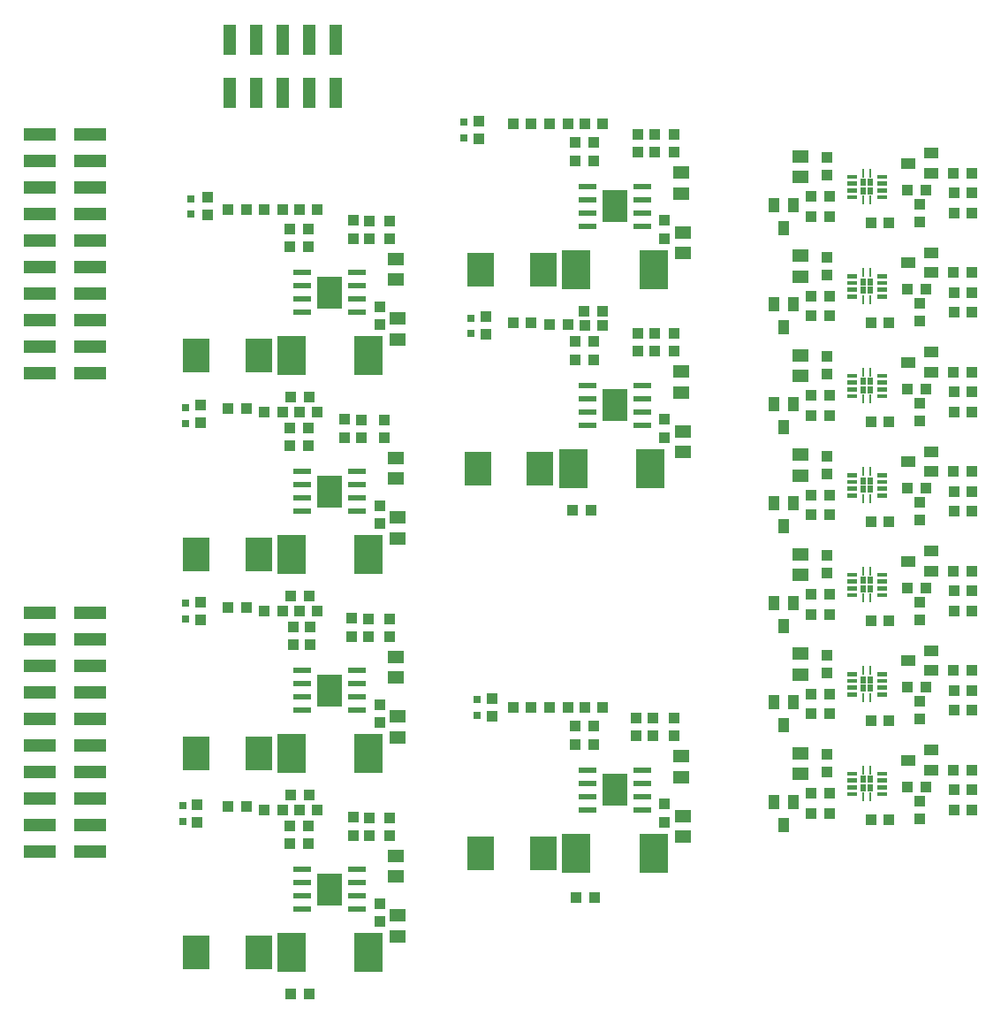
<source format=gbr>
G04 EAGLE Gerber RS-274X export*
G75*
%MOMM*%
%FSLAX34Y34*%
%LPD*%
%INSolderpaste Top*%
%IPPOS*%
%AMOC8*
5,1,8,0,0,1.08239X$1,22.5*%
G01*
%ADD10R,3.048000X1.270000*%
%ADD11R,1.270000X2.921000*%
%ADD12R,1.778000X0.609600*%
%ADD13R,2.400000X3.100000*%
%ADD14R,1.100000X1.000000*%
%ADD15R,1.080000X1.050000*%
%ADD16R,1.600000X1.300000*%
%ADD17R,1.050000X1.080000*%
%ADD18R,1.000000X1.100000*%
%ADD19R,2.800000X3.800000*%
%ADD20R,2.500000X3.250000*%
%ADD21R,0.510534X0.639928*%
%ADD22R,0.509934X0.639934*%
%ADD23R,0.510059X0.640072*%
%ADD24R,0.509938X0.640559*%
%ADD25C,0.026400*%
%ADD26R,0.230000X0.825000*%
%ADD27R,1.000000X1.400000*%
%ADD28R,1.400000X1.000000*%
%ADD29R,0.800000X0.800000*%


D10*
X64770Y843540D03*
X113030Y843540D03*
X64770Y818140D03*
X113030Y818140D03*
X64770Y792740D03*
X113030Y792740D03*
X64770Y767340D03*
X113030Y767340D03*
X64770Y741940D03*
X113030Y741940D03*
X64770Y716540D03*
X113030Y716540D03*
X64770Y691140D03*
X113030Y691140D03*
X64770Y665740D03*
X113030Y665740D03*
X64770Y640340D03*
X113030Y640340D03*
X64770Y614940D03*
X113030Y614940D03*
D11*
X348320Y883183D03*
X348320Y934618D03*
X322920Y883183D03*
X322920Y934618D03*
X297520Y883183D03*
X297520Y934618D03*
X272120Y883183D03*
X272120Y934618D03*
X246720Y883183D03*
X246720Y934618D03*
D10*
X113030Y157200D03*
X64770Y157200D03*
X113030Y182600D03*
X64770Y182600D03*
X113030Y208000D03*
X64770Y208000D03*
X113030Y233400D03*
X64770Y233400D03*
X113030Y258800D03*
X64770Y258800D03*
X113030Y284200D03*
X64770Y284200D03*
X113030Y309600D03*
X64770Y309600D03*
X113030Y335000D03*
X64770Y335000D03*
X113030Y360400D03*
X64770Y360400D03*
X113030Y385800D03*
X64770Y385800D03*
D12*
X369146Y673100D03*
X369146Y685800D03*
X369146Y698500D03*
X369146Y711200D03*
X316654Y711200D03*
X316654Y698500D03*
X316654Y685800D03*
X316654Y673100D03*
D13*
X342900Y692150D03*
D14*
X381000Y743975D03*
X381000Y760975D03*
X400050Y760975D03*
X400050Y743975D03*
X304800Y736038D03*
X304800Y753038D03*
X322263Y753038D03*
X322263Y736038D03*
D15*
X365125Y743725D03*
X365125Y761225D03*
D16*
X406400Y704375D03*
X406400Y724375D03*
X407988Y667225D03*
X407988Y647225D03*
D15*
X390525Y678675D03*
X390525Y661175D03*
D17*
X280175Y771525D03*
X297675Y771525D03*
X262750Y771525D03*
X245250Y771525D03*
D18*
X313763Y771525D03*
X330763Y771525D03*
D19*
X305900Y631825D03*
X379900Y631825D03*
D17*
X323075Y592138D03*
X305575Y592138D03*
D20*
X274475Y631825D03*
X214475Y631825D03*
D21*
X860603Y694500D03*
D22*
X853900Y694500D03*
D23*
X860600Y702500D03*
D24*
X853900Y702503D03*
D25*
X867432Y690268D02*
X875768Y690268D01*
X875768Y687232D01*
X867432Y687232D01*
X867432Y690268D01*
X867432Y687483D02*
X875768Y687483D01*
X875768Y687734D02*
X867432Y687734D01*
X867432Y687985D02*
X875768Y687985D01*
X875768Y688236D02*
X867432Y688236D01*
X867432Y688487D02*
X875768Y688487D01*
X875768Y688738D02*
X867432Y688738D01*
X867432Y688989D02*
X875768Y688989D01*
X875768Y689240D02*
X867432Y689240D01*
X867432Y689491D02*
X875768Y689491D01*
X875768Y689742D02*
X867432Y689742D01*
X867432Y689993D02*
X875768Y689993D01*
X875768Y690244D02*
X867432Y690244D01*
X867432Y696768D02*
X875768Y696768D01*
X875768Y693732D01*
X867432Y693732D01*
X867432Y696768D01*
X867432Y693983D02*
X875768Y693983D01*
X875768Y694234D02*
X867432Y694234D01*
X867432Y694485D02*
X875768Y694485D01*
X875768Y694736D02*
X867432Y694736D01*
X867432Y694987D02*
X875768Y694987D01*
X875768Y695238D02*
X867432Y695238D01*
X867432Y695489D02*
X875768Y695489D01*
X875768Y695740D02*
X867432Y695740D01*
X867432Y695991D02*
X875768Y695991D01*
X875768Y696242D02*
X867432Y696242D01*
X867432Y696493D02*
X875768Y696493D01*
X875768Y696744D02*
X867432Y696744D01*
X867432Y703268D02*
X875768Y703268D01*
X875768Y700232D01*
X867432Y700232D01*
X867432Y703268D01*
X867432Y700483D02*
X875768Y700483D01*
X875768Y700734D02*
X867432Y700734D01*
X867432Y700985D02*
X875768Y700985D01*
X875768Y701236D02*
X867432Y701236D01*
X867432Y701487D02*
X875768Y701487D01*
X875768Y701738D02*
X867432Y701738D01*
X867432Y701989D02*
X875768Y701989D01*
X875768Y702240D02*
X867432Y702240D01*
X867432Y702491D02*
X875768Y702491D01*
X875768Y702742D02*
X867432Y702742D01*
X867432Y702993D02*
X875768Y702993D01*
X875768Y703244D02*
X867432Y703244D01*
X867432Y709768D02*
X875768Y709768D01*
X875768Y706732D01*
X867432Y706732D01*
X867432Y709768D01*
X867432Y706983D02*
X875768Y706983D01*
X875768Y707234D02*
X867432Y707234D01*
X867432Y707485D02*
X875768Y707485D01*
X875768Y707736D02*
X867432Y707736D01*
X867432Y707987D02*
X875768Y707987D01*
X875768Y708238D02*
X867432Y708238D01*
X867432Y708489D02*
X875768Y708489D01*
X875768Y708740D02*
X867432Y708740D01*
X867432Y708991D02*
X875768Y708991D01*
X875768Y709242D02*
X867432Y709242D01*
X867432Y709493D02*
X875768Y709493D01*
X875768Y709744D02*
X867432Y709744D01*
X847068Y706732D02*
X838732Y706732D01*
X838732Y709768D01*
X847068Y709768D01*
X847068Y706732D01*
X847068Y706983D02*
X838732Y706983D01*
X838732Y707234D02*
X847068Y707234D01*
X847068Y707485D02*
X838732Y707485D01*
X838732Y707736D02*
X847068Y707736D01*
X847068Y707987D02*
X838732Y707987D01*
X838732Y708238D02*
X847068Y708238D01*
X847068Y708489D02*
X838732Y708489D01*
X838732Y708740D02*
X847068Y708740D01*
X847068Y708991D02*
X838732Y708991D01*
X838732Y709242D02*
X847068Y709242D01*
X847068Y709493D02*
X838732Y709493D01*
X838732Y709744D02*
X847068Y709744D01*
X847068Y700232D02*
X838732Y700232D01*
X838732Y703268D01*
X847068Y703268D01*
X847068Y700232D01*
X847068Y700483D02*
X838732Y700483D01*
X838732Y700734D02*
X847068Y700734D01*
X847068Y700985D02*
X838732Y700985D01*
X838732Y701236D02*
X847068Y701236D01*
X847068Y701487D02*
X838732Y701487D01*
X838732Y701738D02*
X847068Y701738D01*
X847068Y701989D02*
X838732Y701989D01*
X838732Y702240D02*
X847068Y702240D01*
X847068Y702491D02*
X838732Y702491D01*
X838732Y702742D02*
X847068Y702742D01*
X847068Y702993D02*
X838732Y702993D01*
X838732Y703244D02*
X847068Y703244D01*
X847068Y693732D02*
X838732Y693732D01*
X838732Y696768D01*
X847068Y696768D01*
X847068Y693732D01*
X847068Y693983D02*
X838732Y693983D01*
X838732Y694234D02*
X847068Y694234D01*
X847068Y694485D02*
X838732Y694485D01*
X838732Y694736D02*
X847068Y694736D01*
X847068Y694987D02*
X838732Y694987D01*
X838732Y695238D02*
X847068Y695238D01*
X847068Y695489D02*
X838732Y695489D01*
X838732Y695740D02*
X847068Y695740D01*
X847068Y695991D02*
X838732Y695991D01*
X838732Y696242D02*
X847068Y696242D01*
X847068Y696493D02*
X838732Y696493D01*
X838732Y696744D02*
X847068Y696744D01*
X847068Y687232D02*
X838732Y687232D01*
X838732Y690268D01*
X847068Y690268D01*
X847068Y687232D01*
X847068Y687483D02*
X838732Y687483D01*
X838732Y687734D02*
X847068Y687734D01*
X847068Y687985D02*
X838732Y687985D01*
X838732Y688236D02*
X847068Y688236D01*
X847068Y688487D02*
X838732Y688487D01*
X838732Y688738D02*
X847068Y688738D01*
X847068Y688989D02*
X838732Y688989D01*
X838732Y689240D02*
X847068Y689240D01*
X847068Y689491D02*
X838732Y689491D01*
X838732Y689742D02*
X847068Y689742D01*
X847068Y689993D02*
X838732Y689993D01*
X838732Y690244D02*
X847068Y690244D01*
D26*
X860500Y685625D03*
X854000Y685625D03*
X860500Y711375D03*
X854000Y711375D03*
D27*
X777875Y658925D03*
X768375Y680925D03*
X787375Y680925D03*
D18*
X821300Y688975D03*
X804300Y688975D03*
D16*
X793750Y707550D03*
X793750Y727550D03*
D18*
X804300Y669925D03*
X821300Y669925D03*
D28*
X897050Y720725D03*
X919050Y730225D03*
X919050Y711225D03*
D18*
X957825Y673100D03*
X940825Y673100D03*
D17*
X940575Y711200D03*
X958075Y711200D03*
X896125Y695325D03*
X913625Y695325D03*
D14*
X908050Y681600D03*
X908050Y664600D03*
X819150Y709050D03*
X819150Y726050D03*
D18*
X957825Y692150D03*
X940825Y692150D03*
D17*
X878700Y663575D03*
X861200Y663575D03*
D12*
X642196Y565150D03*
X642196Y577850D03*
X642196Y590550D03*
X642196Y603250D03*
X589704Y603250D03*
X589704Y590550D03*
X589704Y577850D03*
X589704Y565150D03*
D13*
X615950Y584200D03*
D14*
X654050Y636025D03*
X654050Y653025D03*
X673100Y653025D03*
X673100Y636025D03*
X577850Y628088D03*
X577850Y645088D03*
X595313Y645088D03*
X595313Y628088D03*
D15*
X638175Y635775D03*
X638175Y653275D03*
D16*
X679450Y596425D03*
X679450Y616425D03*
X681038Y559275D03*
X681038Y539275D03*
D15*
X663575Y570725D03*
X663575Y553225D03*
D17*
X553225Y661670D03*
X570725Y661670D03*
X535800Y662940D03*
X518300Y662940D03*
D18*
X586813Y660400D03*
X603813Y660400D03*
D19*
X575775Y523875D03*
X649775Y523875D03*
D17*
X592950Y484188D03*
X575450Y484188D03*
D20*
X544350Y523875D03*
X484350Y523875D03*
D21*
X860603Y599250D03*
D22*
X853900Y599250D03*
D23*
X860600Y607250D03*
D24*
X853900Y607253D03*
D25*
X867432Y595018D02*
X875768Y595018D01*
X875768Y591982D01*
X867432Y591982D01*
X867432Y595018D01*
X867432Y592233D02*
X875768Y592233D01*
X875768Y592484D02*
X867432Y592484D01*
X867432Y592735D02*
X875768Y592735D01*
X875768Y592986D02*
X867432Y592986D01*
X867432Y593237D02*
X875768Y593237D01*
X875768Y593488D02*
X867432Y593488D01*
X867432Y593739D02*
X875768Y593739D01*
X875768Y593990D02*
X867432Y593990D01*
X867432Y594241D02*
X875768Y594241D01*
X875768Y594492D02*
X867432Y594492D01*
X867432Y594743D02*
X875768Y594743D01*
X875768Y594994D02*
X867432Y594994D01*
X867432Y601518D02*
X875768Y601518D01*
X875768Y598482D01*
X867432Y598482D01*
X867432Y601518D01*
X867432Y598733D02*
X875768Y598733D01*
X875768Y598984D02*
X867432Y598984D01*
X867432Y599235D02*
X875768Y599235D01*
X875768Y599486D02*
X867432Y599486D01*
X867432Y599737D02*
X875768Y599737D01*
X875768Y599988D02*
X867432Y599988D01*
X867432Y600239D02*
X875768Y600239D01*
X875768Y600490D02*
X867432Y600490D01*
X867432Y600741D02*
X875768Y600741D01*
X875768Y600992D02*
X867432Y600992D01*
X867432Y601243D02*
X875768Y601243D01*
X875768Y601494D02*
X867432Y601494D01*
X867432Y608018D02*
X875768Y608018D01*
X875768Y604982D01*
X867432Y604982D01*
X867432Y608018D01*
X867432Y605233D02*
X875768Y605233D01*
X875768Y605484D02*
X867432Y605484D01*
X867432Y605735D02*
X875768Y605735D01*
X875768Y605986D02*
X867432Y605986D01*
X867432Y606237D02*
X875768Y606237D01*
X875768Y606488D02*
X867432Y606488D01*
X867432Y606739D02*
X875768Y606739D01*
X875768Y606990D02*
X867432Y606990D01*
X867432Y607241D02*
X875768Y607241D01*
X875768Y607492D02*
X867432Y607492D01*
X867432Y607743D02*
X875768Y607743D01*
X875768Y607994D02*
X867432Y607994D01*
X867432Y614518D02*
X875768Y614518D01*
X875768Y611482D01*
X867432Y611482D01*
X867432Y614518D01*
X867432Y611733D02*
X875768Y611733D01*
X875768Y611984D02*
X867432Y611984D01*
X867432Y612235D02*
X875768Y612235D01*
X875768Y612486D02*
X867432Y612486D01*
X867432Y612737D02*
X875768Y612737D01*
X875768Y612988D02*
X867432Y612988D01*
X867432Y613239D02*
X875768Y613239D01*
X875768Y613490D02*
X867432Y613490D01*
X867432Y613741D02*
X875768Y613741D01*
X875768Y613992D02*
X867432Y613992D01*
X867432Y614243D02*
X875768Y614243D01*
X875768Y614494D02*
X867432Y614494D01*
X847068Y611482D02*
X838732Y611482D01*
X838732Y614518D01*
X847068Y614518D01*
X847068Y611482D01*
X847068Y611733D02*
X838732Y611733D01*
X838732Y611984D02*
X847068Y611984D01*
X847068Y612235D02*
X838732Y612235D01*
X838732Y612486D02*
X847068Y612486D01*
X847068Y612737D02*
X838732Y612737D01*
X838732Y612988D02*
X847068Y612988D01*
X847068Y613239D02*
X838732Y613239D01*
X838732Y613490D02*
X847068Y613490D01*
X847068Y613741D02*
X838732Y613741D01*
X838732Y613992D02*
X847068Y613992D01*
X847068Y614243D02*
X838732Y614243D01*
X838732Y614494D02*
X847068Y614494D01*
X847068Y604982D02*
X838732Y604982D01*
X838732Y608018D01*
X847068Y608018D01*
X847068Y604982D01*
X847068Y605233D02*
X838732Y605233D01*
X838732Y605484D02*
X847068Y605484D01*
X847068Y605735D02*
X838732Y605735D01*
X838732Y605986D02*
X847068Y605986D01*
X847068Y606237D02*
X838732Y606237D01*
X838732Y606488D02*
X847068Y606488D01*
X847068Y606739D02*
X838732Y606739D01*
X838732Y606990D02*
X847068Y606990D01*
X847068Y607241D02*
X838732Y607241D01*
X838732Y607492D02*
X847068Y607492D01*
X847068Y607743D02*
X838732Y607743D01*
X838732Y607994D02*
X847068Y607994D01*
X847068Y598482D02*
X838732Y598482D01*
X838732Y601518D01*
X847068Y601518D01*
X847068Y598482D01*
X847068Y598733D02*
X838732Y598733D01*
X838732Y598984D02*
X847068Y598984D01*
X847068Y599235D02*
X838732Y599235D01*
X838732Y599486D02*
X847068Y599486D01*
X847068Y599737D02*
X838732Y599737D01*
X838732Y599988D02*
X847068Y599988D01*
X847068Y600239D02*
X838732Y600239D01*
X838732Y600490D02*
X847068Y600490D01*
X847068Y600741D02*
X838732Y600741D01*
X838732Y600992D02*
X847068Y600992D01*
X847068Y601243D02*
X838732Y601243D01*
X838732Y601494D02*
X847068Y601494D01*
X847068Y591982D02*
X838732Y591982D01*
X838732Y595018D01*
X847068Y595018D01*
X847068Y591982D01*
X847068Y592233D02*
X838732Y592233D01*
X838732Y592484D02*
X847068Y592484D01*
X847068Y592735D02*
X838732Y592735D01*
X838732Y592986D02*
X847068Y592986D01*
X847068Y593237D02*
X838732Y593237D01*
X838732Y593488D02*
X847068Y593488D01*
X847068Y593739D02*
X838732Y593739D01*
X838732Y593990D02*
X847068Y593990D01*
X847068Y594241D02*
X838732Y594241D01*
X838732Y594492D02*
X847068Y594492D01*
X847068Y594743D02*
X838732Y594743D01*
X838732Y594994D02*
X847068Y594994D01*
D26*
X860500Y590375D03*
X854000Y590375D03*
X860500Y616125D03*
X854000Y616125D03*
D27*
X777875Y563675D03*
X768375Y585675D03*
X787375Y585675D03*
D18*
X821300Y593725D03*
X804300Y593725D03*
D16*
X793750Y612300D03*
X793750Y632300D03*
D18*
X804300Y574675D03*
X821300Y574675D03*
D28*
X897050Y625475D03*
X919050Y634975D03*
X919050Y615975D03*
D18*
X957825Y577850D03*
X940825Y577850D03*
D17*
X940575Y615950D03*
X958075Y615950D03*
X896125Y600075D03*
X913625Y600075D03*
D14*
X908050Y586350D03*
X908050Y569350D03*
X819150Y613800D03*
X819150Y630800D03*
D18*
X957825Y596900D03*
X940825Y596900D03*
D17*
X878700Y568325D03*
X861200Y568325D03*
D12*
X369146Y482600D03*
X369146Y495300D03*
X369146Y508000D03*
X369146Y520700D03*
X316654Y520700D03*
X316654Y508000D03*
X316654Y495300D03*
X316654Y482600D03*
D13*
X342900Y501650D03*
D14*
X373063Y553475D03*
X373063Y570475D03*
X395288Y570475D03*
X395288Y553475D03*
X304800Y545538D03*
X304800Y562538D03*
X322263Y562538D03*
X322263Y545538D03*
D15*
X357188Y553225D03*
X357188Y570725D03*
D16*
X406400Y513875D03*
X406400Y533875D03*
X407988Y476725D03*
X407988Y456725D03*
D15*
X390525Y488175D03*
X390525Y470675D03*
D17*
X280175Y577850D03*
X297675Y577850D03*
X262750Y581025D03*
X245250Y581025D03*
D18*
X313763Y577850D03*
X330763Y577850D03*
D19*
X305900Y441325D03*
X379900Y441325D03*
D17*
X323075Y401638D03*
X305575Y401638D03*
D20*
X274475Y441325D03*
X214475Y441325D03*
D21*
X860603Y504000D03*
D22*
X853900Y504000D03*
D23*
X860600Y512000D03*
D24*
X853900Y512003D03*
D25*
X867432Y499768D02*
X875768Y499768D01*
X875768Y496732D01*
X867432Y496732D01*
X867432Y499768D01*
X867432Y496983D02*
X875768Y496983D01*
X875768Y497234D02*
X867432Y497234D01*
X867432Y497485D02*
X875768Y497485D01*
X875768Y497736D02*
X867432Y497736D01*
X867432Y497987D02*
X875768Y497987D01*
X875768Y498238D02*
X867432Y498238D01*
X867432Y498489D02*
X875768Y498489D01*
X875768Y498740D02*
X867432Y498740D01*
X867432Y498991D02*
X875768Y498991D01*
X875768Y499242D02*
X867432Y499242D01*
X867432Y499493D02*
X875768Y499493D01*
X875768Y499744D02*
X867432Y499744D01*
X867432Y506268D02*
X875768Y506268D01*
X875768Y503232D01*
X867432Y503232D01*
X867432Y506268D01*
X867432Y503483D02*
X875768Y503483D01*
X875768Y503734D02*
X867432Y503734D01*
X867432Y503985D02*
X875768Y503985D01*
X875768Y504236D02*
X867432Y504236D01*
X867432Y504487D02*
X875768Y504487D01*
X875768Y504738D02*
X867432Y504738D01*
X867432Y504989D02*
X875768Y504989D01*
X875768Y505240D02*
X867432Y505240D01*
X867432Y505491D02*
X875768Y505491D01*
X875768Y505742D02*
X867432Y505742D01*
X867432Y505993D02*
X875768Y505993D01*
X875768Y506244D02*
X867432Y506244D01*
X867432Y512768D02*
X875768Y512768D01*
X875768Y509732D01*
X867432Y509732D01*
X867432Y512768D01*
X867432Y509983D02*
X875768Y509983D01*
X875768Y510234D02*
X867432Y510234D01*
X867432Y510485D02*
X875768Y510485D01*
X875768Y510736D02*
X867432Y510736D01*
X867432Y510987D02*
X875768Y510987D01*
X875768Y511238D02*
X867432Y511238D01*
X867432Y511489D02*
X875768Y511489D01*
X875768Y511740D02*
X867432Y511740D01*
X867432Y511991D02*
X875768Y511991D01*
X875768Y512242D02*
X867432Y512242D01*
X867432Y512493D02*
X875768Y512493D01*
X875768Y512744D02*
X867432Y512744D01*
X867432Y519268D02*
X875768Y519268D01*
X875768Y516232D01*
X867432Y516232D01*
X867432Y519268D01*
X867432Y516483D02*
X875768Y516483D01*
X875768Y516734D02*
X867432Y516734D01*
X867432Y516985D02*
X875768Y516985D01*
X875768Y517236D02*
X867432Y517236D01*
X867432Y517487D02*
X875768Y517487D01*
X875768Y517738D02*
X867432Y517738D01*
X867432Y517989D02*
X875768Y517989D01*
X875768Y518240D02*
X867432Y518240D01*
X867432Y518491D02*
X875768Y518491D01*
X875768Y518742D02*
X867432Y518742D01*
X867432Y518993D02*
X875768Y518993D01*
X875768Y519244D02*
X867432Y519244D01*
X847068Y516232D02*
X838732Y516232D01*
X838732Y519268D01*
X847068Y519268D01*
X847068Y516232D01*
X847068Y516483D02*
X838732Y516483D01*
X838732Y516734D02*
X847068Y516734D01*
X847068Y516985D02*
X838732Y516985D01*
X838732Y517236D02*
X847068Y517236D01*
X847068Y517487D02*
X838732Y517487D01*
X838732Y517738D02*
X847068Y517738D01*
X847068Y517989D02*
X838732Y517989D01*
X838732Y518240D02*
X847068Y518240D01*
X847068Y518491D02*
X838732Y518491D01*
X838732Y518742D02*
X847068Y518742D01*
X847068Y518993D02*
X838732Y518993D01*
X838732Y519244D02*
X847068Y519244D01*
X847068Y509732D02*
X838732Y509732D01*
X838732Y512768D01*
X847068Y512768D01*
X847068Y509732D01*
X847068Y509983D02*
X838732Y509983D01*
X838732Y510234D02*
X847068Y510234D01*
X847068Y510485D02*
X838732Y510485D01*
X838732Y510736D02*
X847068Y510736D01*
X847068Y510987D02*
X838732Y510987D01*
X838732Y511238D02*
X847068Y511238D01*
X847068Y511489D02*
X838732Y511489D01*
X838732Y511740D02*
X847068Y511740D01*
X847068Y511991D02*
X838732Y511991D01*
X838732Y512242D02*
X847068Y512242D01*
X847068Y512493D02*
X838732Y512493D01*
X838732Y512744D02*
X847068Y512744D01*
X847068Y503232D02*
X838732Y503232D01*
X838732Y506268D01*
X847068Y506268D01*
X847068Y503232D01*
X847068Y503483D02*
X838732Y503483D01*
X838732Y503734D02*
X847068Y503734D01*
X847068Y503985D02*
X838732Y503985D01*
X838732Y504236D02*
X847068Y504236D01*
X847068Y504487D02*
X838732Y504487D01*
X838732Y504738D02*
X847068Y504738D01*
X847068Y504989D02*
X838732Y504989D01*
X838732Y505240D02*
X847068Y505240D01*
X847068Y505491D02*
X838732Y505491D01*
X838732Y505742D02*
X847068Y505742D01*
X847068Y505993D02*
X838732Y505993D01*
X838732Y506244D02*
X847068Y506244D01*
X847068Y496732D02*
X838732Y496732D01*
X838732Y499768D01*
X847068Y499768D01*
X847068Y496732D01*
X847068Y496983D02*
X838732Y496983D01*
X838732Y497234D02*
X847068Y497234D01*
X847068Y497485D02*
X838732Y497485D01*
X838732Y497736D02*
X847068Y497736D01*
X847068Y497987D02*
X838732Y497987D01*
X838732Y498238D02*
X847068Y498238D01*
X847068Y498489D02*
X838732Y498489D01*
X838732Y498740D02*
X847068Y498740D01*
X847068Y498991D02*
X838732Y498991D01*
X838732Y499242D02*
X847068Y499242D01*
X847068Y499493D02*
X838732Y499493D01*
X838732Y499744D02*
X847068Y499744D01*
D26*
X860500Y495125D03*
X854000Y495125D03*
X860500Y520875D03*
X854000Y520875D03*
D27*
X777875Y468425D03*
X768375Y490425D03*
X787375Y490425D03*
D18*
X821300Y498475D03*
X804300Y498475D03*
D16*
X793750Y517050D03*
X793750Y537050D03*
D18*
X804300Y479425D03*
X821300Y479425D03*
D28*
X897050Y530225D03*
X919050Y539725D03*
X919050Y520725D03*
D18*
X957825Y482600D03*
X940825Y482600D03*
D17*
X940575Y520700D03*
X958075Y520700D03*
X896125Y504825D03*
X913625Y504825D03*
D14*
X908050Y491100D03*
X908050Y474100D03*
X819150Y518550D03*
X819150Y535550D03*
D18*
X957825Y501650D03*
X940825Y501650D03*
D17*
X878700Y473075D03*
X861200Y473075D03*
D12*
X369146Y292100D03*
X369146Y304800D03*
X369146Y317500D03*
X369146Y330200D03*
X316654Y330200D03*
X316654Y317500D03*
X316654Y304800D03*
X316654Y292100D03*
D13*
X342900Y311150D03*
D14*
X379413Y362975D03*
X379413Y379975D03*
X400050Y379975D03*
X400050Y362975D03*
X307975Y355038D03*
X307975Y372038D03*
X323850Y372038D03*
X323850Y355038D03*
D15*
X363538Y362725D03*
X363538Y380225D03*
D16*
X406400Y323375D03*
X406400Y343375D03*
X407988Y286225D03*
X407988Y266225D03*
D15*
X390525Y297675D03*
X390525Y280175D03*
D17*
X280175Y387350D03*
X297675Y387350D03*
X262750Y390525D03*
X245250Y390525D03*
D18*
X313763Y387350D03*
X330763Y387350D03*
D19*
X305900Y250825D03*
X379900Y250825D03*
D17*
X323075Y211138D03*
X305575Y211138D03*
D20*
X274475Y250825D03*
X214475Y250825D03*
D21*
X860603Y408750D03*
D22*
X853900Y408750D03*
D23*
X860600Y416750D03*
D24*
X853900Y416753D03*
D25*
X867432Y404518D02*
X875768Y404518D01*
X875768Y401482D01*
X867432Y401482D01*
X867432Y404518D01*
X867432Y401733D02*
X875768Y401733D01*
X875768Y401984D02*
X867432Y401984D01*
X867432Y402235D02*
X875768Y402235D01*
X875768Y402486D02*
X867432Y402486D01*
X867432Y402737D02*
X875768Y402737D01*
X875768Y402988D02*
X867432Y402988D01*
X867432Y403239D02*
X875768Y403239D01*
X875768Y403490D02*
X867432Y403490D01*
X867432Y403741D02*
X875768Y403741D01*
X875768Y403992D02*
X867432Y403992D01*
X867432Y404243D02*
X875768Y404243D01*
X875768Y404494D02*
X867432Y404494D01*
X867432Y411018D02*
X875768Y411018D01*
X875768Y407982D01*
X867432Y407982D01*
X867432Y411018D01*
X867432Y408233D02*
X875768Y408233D01*
X875768Y408484D02*
X867432Y408484D01*
X867432Y408735D02*
X875768Y408735D01*
X875768Y408986D02*
X867432Y408986D01*
X867432Y409237D02*
X875768Y409237D01*
X875768Y409488D02*
X867432Y409488D01*
X867432Y409739D02*
X875768Y409739D01*
X875768Y409990D02*
X867432Y409990D01*
X867432Y410241D02*
X875768Y410241D01*
X875768Y410492D02*
X867432Y410492D01*
X867432Y410743D02*
X875768Y410743D01*
X875768Y410994D02*
X867432Y410994D01*
X867432Y417518D02*
X875768Y417518D01*
X875768Y414482D01*
X867432Y414482D01*
X867432Y417518D01*
X867432Y414733D02*
X875768Y414733D01*
X875768Y414984D02*
X867432Y414984D01*
X867432Y415235D02*
X875768Y415235D01*
X875768Y415486D02*
X867432Y415486D01*
X867432Y415737D02*
X875768Y415737D01*
X875768Y415988D02*
X867432Y415988D01*
X867432Y416239D02*
X875768Y416239D01*
X875768Y416490D02*
X867432Y416490D01*
X867432Y416741D02*
X875768Y416741D01*
X875768Y416992D02*
X867432Y416992D01*
X867432Y417243D02*
X875768Y417243D01*
X875768Y417494D02*
X867432Y417494D01*
X867432Y424018D02*
X875768Y424018D01*
X875768Y420982D01*
X867432Y420982D01*
X867432Y424018D01*
X867432Y421233D02*
X875768Y421233D01*
X875768Y421484D02*
X867432Y421484D01*
X867432Y421735D02*
X875768Y421735D01*
X875768Y421986D02*
X867432Y421986D01*
X867432Y422237D02*
X875768Y422237D01*
X875768Y422488D02*
X867432Y422488D01*
X867432Y422739D02*
X875768Y422739D01*
X875768Y422990D02*
X867432Y422990D01*
X867432Y423241D02*
X875768Y423241D01*
X875768Y423492D02*
X867432Y423492D01*
X867432Y423743D02*
X875768Y423743D01*
X875768Y423994D02*
X867432Y423994D01*
X847068Y420982D02*
X838732Y420982D01*
X838732Y424018D01*
X847068Y424018D01*
X847068Y420982D01*
X847068Y421233D02*
X838732Y421233D01*
X838732Y421484D02*
X847068Y421484D01*
X847068Y421735D02*
X838732Y421735D01*
X838732Y421986D02*
X847068Y421986D01*
X847068Y422237D02*
X838732Y422237D01*
X838732Y422488D02*
X847068Y422488D01*
X847068Y422739D02*
X838732Y422739D01*
X838732Y422990D02*
X847068Y422990D01*
X847068Y423241D02*
X838732Y423241D01*
X838732Y423492D02*
X847068Y423492D01*
X847068Y423743D02*
X838732Y423743D01*
X838732Y423994D02*
X847068Y423994D01*
X847068Y414482D02*
X838732Y414482D01*
X838732Y417518D01*
X847068Y417518D01*
X847068Y414482D01*
X847068Y414733D02*
X838732Y414733D01*
X838732Y414984D02*
X847068Y414984D01*
X847068Y415235D02*
X838732Y415235D01*
X838732Y415486D02*
X847068Y415486D01*
X847068Y415737D02*
X838732Y415737D01*
X838732Y415988D02*
X847068Y415988D01*
X847068Y416239D02*
X838732Y416239D01*
X838732Y416490D02*
X847068Y416490D01*
X847068Y416741D02*
X838732Y416741D01*
X838732Y416992D02*
X847068Y416992D01*
X847068Y417243D02*
X838732Y417243D01*
X838732Y417494D02*
X847068Y417494D01*
X847068Y407982D02*
X838732Y407982D01*
X838732Y411018D01*
X847068Y411018D01*
X847068Y407982D01*
X847068Y408233D02*
X838732Y408233D01*
X838732Y408484D02*
X847068Y408484D01*
X847068Y408735D02*
X838732Y408735D01*
X838732Y408986D02*
X847068Y408986D01*
X847068Y409237D02*
X838732Y409237D01*
X838732Y409488D02*
X847068Y409488D01*
X847068Y409739D02*
X838732Y409739D01*
X838732Y409990D02*
X847068Y409990D01*
X847068Y410241D02*
X838732Y410241D01*
X838732Y410492D02*
X847068Y410492D01*
X847068Y410743D02*
X838732Y410743D01*
X838732Y410994D02*
X847068Y410994D01*
X847068Y401482D02*
X838732Y401482D01*
X838732Y404518D01*
X847068Y404518D01*
X847068Y401482D01*
X847068Y401733D02*
X838732Y401733D01*
X838732Y401984D02*
X847068Y401984D01*
X847068Y402235D02*
X838732Y402235D01*
X838732Y402486D02*
X847068Y402486D01*
X847068Y402737D02*
X838732Y402737D01*
X838732Y402988D02*
X847068Y402988D01*
X847068Y403239D02*
X838732Y403239D01*
X838732Y403490D02*
X847068Y403490D01*
X847068Y403741D02*
X838732Y403741D01*
X838732Y403992D02*
X847068Y403992D01*
X847068Y404243D02*
X838732Y404243D01*
X838732Y404494D02*
X847068Y404494D01*
D26*
X860500Y399875D03*
X854000Y399875D03*
X860500Y425625D03*
X854000Y425625D03*
D27*
X777875Y373175D03*
X768375Y395175D03*
X787375Y395175D03*
D18*
X821300Y403225D03*
X804300Y403225D03*
D16*
X793750Y421800D03*
X793750Y441800D03*
D18*
X804300Y384175D03*
X821300Y384175D03*
D28*
X897050Y434975D03*
X919050Y444475D03*
X919050Y425475D03*
D18*
X957825Y387350D03*
X940825Y387350D03*
D17*
X940575Y425450D03*
X958075Y425450D03*
X896125Y409575D03*
X913625Y409575D03*
D14*
X908050Y395850D03*
X908050Y378850D03*
X819150Y423300D03*
X819150Y440300D03*
D18*
X957825Y406400D03*
X940825Y406400D03*
D17*
X878700Y377825D03*
X861200Y377825D03*
D12*
X369146Y101600D03*
X369146Y114300D03*
X369146Y127000D03*
X369146Y139700D03*
X316654Y139700D03*
X316654Y127000D03*
X316654Y114300D03*
X316654Y101600D03*
D13*
X342900Y120650D03*
D14*
X381000Y172475D03*
X381000Y189475D03*
X400050Y189475D03*
X400050Y172475D03*
X304800Y164538D03*
X304800Y181538D03*
X322263Y181538D03*
X322263Y164538D03*
D15*
X365125Y172225D03*
X365125Y189725D03*
D16*
X406400Y132875D03*
X406400Y152875D03*
X407988Y95725D03*
X407988Y75725D03*
D15*
X390525Y107175D03*
X390525Y89675D03*
D17*
X280175Y196850D03*
X297675Y196850D03*
X262750Y200025D03*
X245250Y200025D03*
D18*
X313763Y196850D03*
X330763Y196850D03*
D19*
X305900Y60325D03*
X379900Y60325D03*
D17*
X323075Y20638D03*
X305575Y20638D03*
D20*
X274475Y60325D03*
X214475Y60325D03*
D21*
X860603Y218250D03*
D22*
X853900Y218250D03*
D23*
X860600Y226250D03*
D24*
X853900Y226253D03*
D25*
X867432Y214018D02*
X875768Y214018D01*
X875768Y210982D01*
X867432Y210982D01*
X867432Y214018D01*
X867432Y211233D02*
X875768Y211233D01*
X875768Y211484D02*
X867432Y211484D01*
X867432Y211735D02*
X875768Y211735D01*
X875768Y211986D02*
X867432Y211986D01*
X867432Y212237D02*
X875768Y212237D01*
X875768Y212488D02*
X867432Y212488D01*
X867432Y212739D02*
X875768Y212739D01*
X875768Y212990D02*
X867432Y212990D01*
X867432Y213241D02*
X875768Y213241D01*
X875768Y213492D02*
X867432Y213492D01*
X867432Y213743D02*
X875768Y213743D01*
X875768Y213994D02*
X867432Y213994D01*
X867432Y220518D02*
X875768Y220518D01*
X875768Y217482D01*
X867432Y217482D01*
X867432Y220518D01*
X867432Y217733D02*
X875768Y217733D01*
X875768Y217984D02*
X867432Y217984D01*
X867432Y218235D02*
X875768Y218235D01*
X875768Y218486D02*
X867432Y218486D01*
X867432Y218737D02*
X875768Y218737D01*
X875768Y218988D02*
X867432Y218988D01*
X867432Y219239D02*
X875768Y219239D01*
X875768Y219490D02*
X867432Y219490D01*
X867432Y219741D02*
X875768Y219741D01*
X875768Y219992D02*
X867432Y219992D01*
X867432Y220243D02*
X875768Y220243D01*
X875768Y220494D02*
X867432Y220494D01*
X867432Y227018D02*
X875768Y227018D01*
X875768Y223982D01*
X867432Y223982D01*
X867432Y227018D01*
X867432Y224233D02*
X875768Y224233D01*
X875768Y224484D02*
X867432Y224484D01*
X867432Y224735D02*
X875768Y224735D01*
X875768Y224986D02*
X867432Y224986D01*
X867432Y225237D02*
X875768Y225237D01*
X875768Y225488D02*
X867432Y225488D01*
X867432Y225739D02*
X875768Y225739D01*
X875768Y225990D02*
X867432Y225990D01*
X867432Y226241D02*
X875768Y226241D01*
X875768Y226492D02*
X867432Y226492D01*
X867432Y226743D02*
X875768Y226743D01*
X875768Y226994D02*
X867432Y226994D01*
X867432Y233518D02*
X875768Y233518D01*
X875768Y230482D01*
X867432Y230482D01*
X867432Y233518D01*
X867432Y230733D02*
X875768Y230733D01*
X875768Y230984D02*
X867432Y230984D01*
X867432Y231235D02*
X875768Y231235D01*
X875768Y231486D02*
X867432Y231486D01*
X867432Y231737D02*
X875768Y231737D01*
X875768Y231988D02*
X867432Y231988D01*
X867432Y232239D02*
X875768Y232239D01*
X875768Y232490D02*
X867432Y232490D01*
X867432Y232741D02*
X875768Y232741D01*
X875768Y232992D02*
X867432Y232992D01*
X867432Y233243D02*
X875768Y233243D01*
X875768Y233494D02*
X867432Y233494D01*
X847068Y230482D02*
X838732Y230482D01*
X838732Y233518D01*
X847068Y233518D01*
X847068Y230482D01*
X847068Y230733D02*
X838732Y230733D01*
X838732Y230984D02*
X847068Y230984D01*
X847068Y231235D02*
X838732Y231235D01*
X838732Y231486D02*
X847068Y231486D01*
X847068Y231737D02*
X838732Y231737D01*
X838732Y231988D02*
X847068Y231988D01*
X847068Y232239D02*
X838732Y232239D01*
X838732Y232490D02*
X847068Y232490D01*
X847068Y232741D02*
X838732Y232741D01*
X838732Y232992D02*
X847068Y232992D01*
X847068Y233243D02*
X838732Y233243D01*
X838732Y233494D02*
X847068Y233494D01*
X847068Y223982D02*
X838732Y223982D01*
X838732Y227018D01*
X847068Y227018D01*
X847068Y223982D01*
X847068Y224233D02*
X838732Y224233D01*
X838732Y224484D02*
X847068Y224484D01*
X847068Y224735D02*
X838732Y224735D01*
X838732Y224986D02*
X847068Y224986D01*
X847068Y225237D02*
X838732Y225237D01*
X838732Y225488D02*
X847068Y225488D01*
X847068Y225739D02*
X838732Y225739D01*
X838732Y225990D02*
X847068Y225990D01*
X847068Y226241D02*
X838732Y226241D01*
X838732Y226492D02*
X847068Y226492D01*
X847068Y226743D02*
X838732Y226743D01*
X838732Y226994D02*
X847068Y226994D01*
X847068Y217482D02*
X838732Y217482D01*
X838732Y220518D01*
X847068Y220518D01*
X847068Y217482D01*
X847068Y217733D02*
X838732Y217733D01*
X838732Y217984D02*
X847068Y217984D01*
X847068Y218235D02*
X838732Y218235D01*
X838732Y218486D02*
X847068Y218486D01*
X847068Y218737D02*
X838732Y218737D01*
X838732Y218988D02*
X847068Y218988D01*
X847068Y219239D02*
X838732Y219239D01*
X838732Y219490D02*
X847068Y219490D01*
X847068Y219741D02*
X838732Y219741D01*
X838732Y219992D02*
X847068Y219992D01*
X847068Y220243D02*
X838732Y220243D01*
X838732Y220494D02*
X847068Y220494D01*
X847068Y210982D02*
X838732Y210982D01*
X838732Y214018D01*
X847068Y214018D01*
X847068Y210982D01*
X847068Y211233D02*
X838732Y211233D01*
X838732Y211484D02*
X847068Y211484D01*
X847068Y211735D02*
X838732Y211735D01*
X838732Y211986D02*
X847068Y211986D01*
X847068Y212237D02*
X838732Y212237D01*
X838732Y212488D02*
X847068Y212488D01*
X847068Y212739D02*
X838732Y212739D01*
X838732Y212990D02*
X847068Y212990D01*
X847068Y213241D02*
X838732Y213241D01*
X838732Y213492D02*
X847068Y213492D01*
X847068Y213743D02*
X838732Y213743D01*
X838732Y213994D02*
X847068Y213994D01*
D26*
X860500Y209375D03*
X854000Y209375D03*
X860500Y235125D03*
X854000Y235125D03*
D27*
X777875Y182675D03*
X768375Y204675D03*
X787375Y204675D03*
D18*
X821300Y212725D03*
X804300Y212725D03*
D16*
X793750Y231300D03*
X793750Y251300D03*
D18*
X804300Y193675D03*
X821300Y193675D03*
D28*
X897050Y244475D03*
X919050Y253975D03*
X919050Y234975D03*
D18*
X957825Y196850D03*
X940825Y196850D03*
D17*
X940575Y234950D03*
X958075Y234950D03*
X896125Y219075D03*
X913625Y219075D03*
D14*
X908050Y205350D03*
X908050Y188350D03*
X819150Y232800D03*
X819150Y249800D03*
D18*
X957825Y215900D03*
X940825Y215900D03*
D17*
X878700Y187325D03*
X861200Y187325D03*
D12*
X642196Y755650D03*
X642196Y768350D03*
X642196Y781050D03*
X642196Y793750D03*
X589704Y793750D03*
X589704Y781050D03*
X589704Y768350D03*
X589704Y755650D03*
D13*
X615950Y774700D03*
D14*
X654050Y826525D03*
X654050Y843525D03*
X673100Y843525D03*
X673100Y826525D03*
X577850Y818588D03*
X577850Y835588D03*
X595313Y835588D03*
X595313Y818588D03*
D15*
X638175Y826275D03*
X638175Y843775D03*
D16*
X679450Y786925D03*
X679450Y806925D03*
X681038Y749775D03*
X681038Y729775D03*
D15*
X663575Y761225D03*
X663575Y743725D03*
D17*
X553225Y854075D03*
X570725Y854075D03*
X535800Y854075D03*
X518300Y854075D03*
D18*
X586813Y854075D03*
X603813Y854075D03*
D19*
X578950Y714375D03*
X652950Y714375D03*
D17*
X604063Y674688D03*
X586563Y674688D03*
D20*
X547525Y714375D03*
X487525Y714375D03*
D21*
X860603Y789750D03*
D22*
X853900Y789750D03*
D23*
X860600Y797750D03*
D24*
X853900Y797753D03*
D25*
X867432Y785518D02*
X875768Y785518D01*
X875768Y782482D01*
X867432Y782482D01*
X867432Y785518D01*
X867432Y782733D02*
X875768Y782733D01*
X875768Y782984D02*
X867432Y782984D01*
X867432Y783235D02*
X875768Y783235D01*
X875768Y783486D02*
X867432Y783486D01*
X867432Y783737D02*
X875768Y783737D01*
X875768Y783988D02*
X867432Y783988D01*
X867432Y784239D02*
X875768Y784239D01*
X875768Y784490D02*
X867432Y784490D01*
X867432Y784741D02*
X875768Y784741D01*
X875768Y784992D02*
X867432Y784992D01*
X867432Y785243D02*
X875768Y785243D01*
X875768Y785494D02*
X867432Y785494D01*
X867432Y792018D02*
X875768Y792018D01*
X875768Y788982D01*
X867432Y788982D01*
X867432Y792018D01*
X867432Y789233D02*
X875768Y789233D01*
X875768Y789484D02*
X867432Y789484D01*
X867432Y789735D02*
X875768Y789735D01*
X875768Y789986D02*
X867432Y789986D01*
X867432Y790237D02*
X875768Y790237D01*
X875768Y790488D02*
X867432Y790488D01*
X867432Y790739D02*
X875768Y790739D01*
X875768Y790990D02*
X867432Y790990D01*
X867432Y791241D02*
X875768Y791241D01*
X875768Y791492D02*
X867432Y791492D01*
X867432Y791743D02*
X875768Y791743D01*
X875768Y791994D02*
X867432Y791994D01*
X867432Y798518D02*
X875768Y798518D01*
X875768Y795482D01*
X867432Y795482D01*
X867432Y798518D01*
X867432Y795733D02*
X875768Y795733D01*
X875768Y795984D02*
X867432Y795984D01*
X867432Y796235D02*
X875768Y796235D01*
X875768Y796486D02*
X867432Y796486D01*
X867432Y796737D02*
X875768Y796737D01*
X875768Y796988D02*
X867432Y796988D01*
X867432Y797239D02*
X875768Y797239D01*
X875768Y797490D02*
X867432Y797490D01*
X867432Y797741D02*
X875768Y797741D01*
X875768Y797992D02*
X867432Y797992D01*
X867432Y798243D02*
X875768Y798243D01*
X875768Y798494D02*
X867432Y798494D01*
X867432Y805018D02*
X875768Y805018D01*
X875768Y801982D01*
X867432Y801982D01*
X867432Y805018D01*
X867432Y802233D02*
X875768Y802233D01*
X875768Y802484D02*
X867432Y802484D01*
X867432Y802735D02*
X875768Y802735D01*
X875768Y802986D02*
X867432Y802986D01*
X867432Y803237D02*
X875768Y803237D01*
X875768Y803488D02*
X867432Y803488D01*
X867432Y803739D02*
X875768Y803739D01*
X875768Y803990D02*
X867432Y803990D01*
X867432Y804241D02*
X875768Y804241D01*
X875768Y804492D02*
X867432Y804492D01*
X867432Y804743D02*
X875768Y804743D01*
X875768Y804994D02*
X867432Y804994D01*
X847068Y801982D02*
X838732Y801982D01*
X838732Y805018D01*
X847068Y805018D01*
X847068Y801982D01*
X847068Y802233D02*
X838732Y802233D01*
X838732Y802484D02*
X847068Y802484D01*
X847068Y802735D02*
X838732Y802735D01*
X838732Y802986D02*
X847068Y802986D01*
X847068Y803237D02*
X838732Y803237D01*
X838732Y803488D02*
X847068Y803488D01*
X847068Y803739D02*
X838732Y803739D01*
X838732Y803990D02*
X847068Y803990D01*
X847068Y804241D02*
X838732Y804241D01*
X838732Y804492D02*
X847068Y804492D01*
X847068Y804743D02*
X838732Y804743D01*
X838732Y804994D02*
X847068Y804994D01*
X847068Y795482D02*
X838732Y795482D01*
X838732Y798518D01*
X847068Y798518D01*
X847068Y795482D01*
X847068Y795733D02*
X838732Y795733D01*
X838732Y795984D02*
X847068Y795984D01*
X847068Y796235D02*
X838732Y796235D01*
X838732Y796486D02*
X847068Y796486D01*
X847068Y796737D02*
X838732Y796737D01*
X838732Y796988D02*
X847068Y796988D01*
X847068Y797239D02*
X838732Y797239D01*
X838732Y797490D02*
X847068Y797490D01*
X847068Y797741D02*
X838732Y797741D01*
X838732Y797992D02*
X847068Y797992D01*
X847068Y798243D02*
X838732Y798243D01*
X838732Y798494D02*
X847068Y798494D01*
X847068Y788982D02*
X838732Y788982D01*
X838732Y792018D01*
X847068Y792018D01*
X847068Y788982D01*
X847068Y789233D02*
X838732Y789233D01*
X838732Y789484D02*
X847068Y789484D01*
X847068Y789735D02*
X838732Y789735D01*
X838732Y789986D02*
X847068Y789986D01*
X847068Y790237D02*
X838732Y790237D01*
X838732Y790488D02*
X847068Y790488D01*
X847068Y790739D02*
X838732Y790739D01*
X838732Y790990D02*
X847068Y790990D01*
X847068Y791241D02*
X838732Y791241D01*
X838732Y791492D02*
X847068Y791492D01*
X847068Y791743D02*
X838732Y791743D01*
X838732Y791994D02*
X847068Y791994D01*
X847068Y782482D02*
X838732Y782482D01*
X838732Y785518D01*
X847068Y785518D01*
X847068Y782482D01*
X847068Y782733D02*
X838732Y782733D01*
X838732Y782984D02*
X847068Y782984D01*
X847068Y783235D02*
X838732Y783235D01*
X838732Y783486D02*
X847068Y783486D01*
X847068Y783737D02*
X838732Y783737D01*
X838732Y783988D02*
X847068Y783988D01*
X847068Y784239D02*
X838732Y784239D01*
X838732Y784490D02*
X847068Y784490D01*
X847068Y784741D02*
X838732Y784741D01*
X838732Y784992D02*
X847068Y784992D01*
X847068Y785243D02*
X838732Y785243D01*
X838732Y785494D02*
X847068Y785494D01*
D26*
X860500Y780875D03*
X854000Y780875D03*
X860500Y806625D03*
X854000Y806625D03*
D27*
X777875Y754175D03*
X768375Y776175D03*
X787375Y776175D03*
D18*
X821300Y784225D03*
X804300Y784225D03*
D16*
X793750Y802800D03*
X793750Y822800D03*
D18*
X804300Y765175D03*
X821300Y765175D03*
D28*
X897050Y815975D03*
X919050Y825475D03*
X919050Y806475D03*
D18*
X957825Y768350D03*
X940825Y768350D03*
D17*
X940575Y806450D03*
X958075Y806450D03*
X896125Y790575D03*
X913625Y790575D03*
D14*
X908050Y776850D03*
X908050Y759850D03*
X819150Y804300D03*
X819150Y821300D03*
D18*
X957825Y787400D03*
X940825Y787400D03*
D17*
X878700Y758825D03*
X861200Y758825D03*
D12*
X642196Y196850D03*
X642196Y209550D03*
X642196Y222250D03*
X642196Y234950D03*
X589704Y234950D03*
X589704Y222250D03*
X589704Y209550D03*
X589704Y196850D03*
D13*
X615950Y215900D03*
D14*
X652463Y267725D03*
X652463Y284725D03*
X673100Y284725D03*
X673100Y267725D03*
X577850Y259788D03*
X577850Y276788D03*
X595313Y276788D03*
X595313Y259788D03*
D15*
X636588Y267475D03*
X636588Y284975D03*
D16*
X679450Y228125D03*
X679450Y248125D03*
X681038Y190975D03*
X681038Y170975D03*
D15*
X663575Y202425D03*
X663575Y184925D03*
D17*
X553225Y295275D03*
X570725Y295275D03*
X535800Y295275D03*
X518300Y295275D03*
D18*
X586813Y295275D03*
X603813Y295275D03*
D19*
X578950Y155575D03*
X652950Y155575D03*
D17*
X596125Y112713D03*
X578625Y112713D03*
D20*
X547525Y155575D03*
X487525Y155575D03*
D21*
X860603Y313500D03*
D22*
X853900Y313500D03*
D23*
X860600Y321500D03*
D24*
X853900Y321503D03*
D25*
X867432Y309268D02*
X875768Y309268D01*
X875768Y306232D01*
X867432Y306232D01*
X867432Y309268D01*
X867432Y306483D02*
X875768Y306483D01*
X875768Y306734D02*
X867432Y306734D01*
X867432Y306985D02*
X875768Y306985D01*
X875768Y307236D02*
X867432Y307236D01*
X867432Y307487D02*
X875768Y307487D01*
X875768Y307738D02*
X867432Y307738D01*
X867432Y307989D02*
X875768Y307989D01*
X875768Y308240D02*
X867432Y308240D01*
X867432Y308491D02*
X875768Y308491D01*
X875768Y308742D02*
X867432Y308742D01*
X867432Y308993D02*
X875768Y308993D01*
X875768Y309244D02*
X867432Y309244D01*
X867432Y315768D02*
X875768Y315768D01*
X875768Y312732D01*
X867432Y312732D01*
X867432Y315768D01*
X867432Y312983D02*
X875768Y312983D01*
X875768Y313234D02*
X867432Y313234D01*
X867432Y313485D02*
X875768Y313485D01*
X875768Y313736D02*
X867432Y313736D01*
X867432Y313987D02*
X875768Y313987D01*
X875768Y314238D02*
X867432Y314238D01*
X867432Y314489D02*
X875768Y314489D01*
X875768Y314740D02*
X867432Y314740D01*
X867432Y314991D02*
X875768Y314991D01*
X875768Y315242D02*
X867432Y315242D01*
X867432Y315493D02*
X875768Y315493D01*
X875768Y315744D02*
X867432Y315744D01*
X867432Y322268D02*
X875768Y322268D01*
X875768Y319232D01*
X867432Y319232D01*
X867432Y322268D01*
X867432Y319483D02*
X875768Y319483D01*
X875768Y319734D02*
X867432Y319734D01*
X867432Y319985D02*
X875768Y319985D01*
X875768Y320236D02*
X867432Y320236D01*
X867432Y320487D02*
X875768Y320487D01*
X875768Y320738D02*
X867432Y320738D01*
X867432Y320989D02*
X875768Y320989D01*
X875768Y321240D02*
X867432Y321240D01*
X867432Y321491D02*
X875768Y321491D01*
X875768Y321742D02*
X867432Y321742D01*
X867432Y321993D02*
X875768Y321993D01*
X875768Y322244D02*
X867432Y322244D01*
X867432Y328768D02*
X875768Y328768D01*
X875768Y325732D01*
X867432Y325732D01*
X867432Y328768D01*
X867432Y325983D02*
X875768Y325983D01*
X875768Y326234D02*
X867432Y326234D01*
X867432Y326485D02*
X875768Y326485D01*
X875768Y326736D02*
X867432Y326736D01*
X867432Y326987D02*
X875768Y326987D01*
X875768Y327238D02*
X867432Y327238D01*
X867432Y327489D02*
X875768Y327489D01*
X875768Y327740D02*
X867432Y327740D01*
X867432Y327991D02*
X875768Y327991D01*
X875768Y328242D02*
X867432Y328242D01*
X867432Y328493D02*
X875768Y328493D01*
X875768Y328744D02*
X867432Y328744D01*
X847068Y325732D02*
X838732Y325732D01*
X838732Y328768D01*
X847068Y328768D01*
X847068Y325732D01*
X847068Y325983D02*
X838732Y325983D01*
X838732Y326234D02*
X847068Y326234D01*
X847068Y326485D02*
X838732Y326485D01*
X838732Y326736D02*
X847068Y326736D01*
X847068Y326987D02*
X838732Y326987D01*
X838732Y327238D02*
X847068Y327238D01*
X847068Y327489D02*
X838732Y327489D01*
X838732Y327740D02*
X847068Y327740D01*
X847068Y327991D02*
X838732Y327991D01*
X838732Y328242D02*
X847068Y328242D01*
X847068Y328493D02*
X838732Y328493D01*
X838732Y328744D02*
X847068Y328744D01*
X847068Y319232D02*
X838732Y319232D01*
X838732Y322268D01*
X847068Y322268D01*
X847068Y319232D01*
X847068Y319483D02*
X838732Y319483D01*
X838732Y319734D02*
X847068Y319734D01*
X847068Y319985D02*
X838732Y319985D01*
X838732Y320236D02*
X847068Y320236D01*
X847068Y320487D02*
X838732Y320487D01*
X838732Y320738D02*
X847068Y320738D01*
X847068Y320989D02*
X838732Y320989D01*
X838732Y321240D02*
X847068Y321240D01*
X847068Y321491D02*
X838732Y321491D01*
X838732Y321742D02*
X847068Y321742D01*
X847068Y321993D02*
X838732Y321993D01*
X838732Y322244D02*
X847068Y322244D01*
X847068Y312732D02*
X838732Y312732D01*
X838732Y315768D01*
X847068Y315768D01*
X847068Y312732D01*
X847068Y312983D02*
X838732Y312983D01*
X838732Y313234D02*
X847068Y313234D01*
X847068Y313485D02*
X838732Y313485D01*
X838732Y313736D02*
X847068Y313736D01*
X847068Y313987D02*
X838732Y313987D01*
X838732Y314238D02*
X847068Y314238D01*
X847068Y314489D02*
X838732Y314489D01*
X838732Y314740D02*
X847068Y314740D01*
X847068Y314991D02*
X838732Y314991D01*
X838732Y315242D02*
X847068Y315242D01*
X847068Y315493D02*
X838732Y315493D01*
X838732Y315744D02*
X847068Y315744D01*
X847068Y306232D02*
X838732Y306232D01*
X838732Y309268D01*
X847068Y309268D01*
X847068Y306232D01*
X847068Y306483D02*
X838732Y306483D01*
X838732Y306734D02*
X847068Y306734D01*
X847068Y306985D02*
X838732Y306985D01*
X838732Y307236D02*
X847068Y307236D01*
X847068Y307487D02*
X838732Y307487D01*
X838732Y307738D02*
X847068Y307738D01*
X847068Y307989D02*
X838732Y307989D01*
X838732Y308240D02*
X847068Y308240D01*
X847068Y308491D02*
X838732Y308491D01*
X838732Y308742D02*
X847068Y308742D01*
X847068Y308993D02*
X838732Y308993D01*
X838732Y309244D02*
X847068Y309244D01*
D26*
X860500Y304625D03*
X854000Y304625D03*
X860500Y330375D03*
X854000Y330375D03*
D27*
X777875Y277925D03*
X768375Y299925D03*
X787375Y299925D03*
D18*
X821300Y307975D03*
X804300Y307975D03*
D16*
X793750Y326550D03*
X793750Y346550D03*
D18*
X804300Y288925D03*
X821300Y288925D03*
D28*
X897050Y339725D03*
X919050Y349225D03*
X919050Y330225D03*
D18*
X957825Y292100D03*
X940825Y292100D03*
D17*
X940575Y330200D03*
X958075Y330200D03*
X896125Y314325D03*
X913625Y314325D03*
D14*
X908050Y300600D03*
X908050Y283600D03*
X819150Y328050D03*
X819150Y345050D03*
D18*
X957825Y311150D03*
X940825Y311150D03*
D17*
X878700Y282575D03*
X861200Y282575D03*
D29*
X209550Y767200D03*
X209550Y782200D03*
X204788Y567175D03*
X204788Y582175D03*
X204788Y379850D03*
X204788Y394850D03*
X477838Y652900D03*
X477838Y667900D03*
X201613Y186175D03*
X201613Y201175D03*
X471488Y840225D03*
X471488Y855225D03*
X484188Y287775D03*
X484188Y302775D03*
D14*
X498475Y303775D03*
X498475Y286775D03*
X225425Y783200D03*
X225425Y766200D03*
X492125Y668900D03*
X492125Y651900D03*
X215265Y202175D03*
X215265Y185175D03*
X485775Y856225D03*
X485775Y839225D03*
X219075Y395850D03*
X219075Y378850D03*
X219075Y584445D03*
X219075Y567445D03*
M02*

</source>
